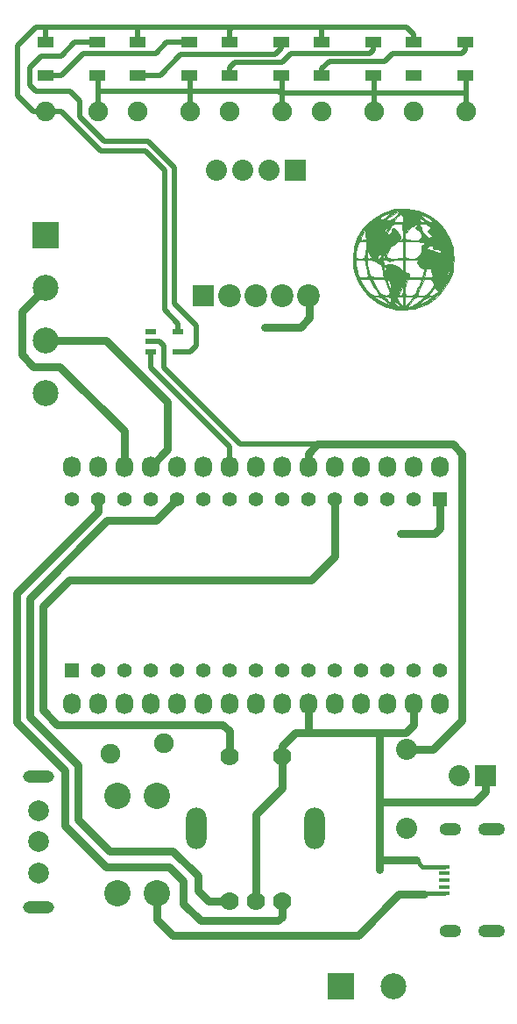
<source format=gbr>
G04 #@! TF.FileFunction,Copper,L1,Top,Signal*
%FSLAX46Y46*%
G04 Gerber Fmt 4.6, Leading zero omitted, Abs format (unit mm)*
G04 Created by KiCad (PCBNEW 4.0.4-stable) date 08/11/17 14:19:39*
%MOMM*%
%LPD*%
G01*
G04 APERTURE LIST*
%ADD10C,0.500000*%
%ADD11C,0.010000*%
%ADD12R,2.032000X2.032000*%
%ADD13C,2.032000*%
%ADD14C,1.905000*%
%ADD15O,1.727200X2.032000*%
%ADD16C,2.540000*%
%ADD17C,2.000000*%
%ADD18O,3.000000X1.200000*%
%ADD19R,1.100000X0.450000*%
%ADD20O,2.100000X1.200000*%
%ADD21O,2.600000X1.200000*%
%ADD22R,2.100580X2.100580*%
%ADD23C,2.199640*%
%ADD24R,2.499360X2.499360*%
%ADD25C,2.499360*%
%ADD26C,1.397000*%
%ADD27R,1.397000X1.397000*%
%ADD28C,0.010000*%
%ADD29C,1.778000*%
%ADD30O,1.998980X4.000500*%
%ADD31R,1.600000X1.000000*%
%ADD32R,1.000000X0.550000*%
%ADD33C,0.600000*%
%ADD34C,0.508000*%
%ADD35C,0.762000*%
%ADD36C,0.381000*%
G04 APERTURE END LIST*
D10*
D11*
G36*
X39346092Y80768486D02*
X39908908Y80723429D01*
X40383235Y80634807D01*
X40456706Y80613542D01*
X41273578Y80274299D01*
X42022366Y79794203D01*
X42552072Y79318761D01*
X43011128Y78790669D01*
X43357358Y78268757D01*
X43631748Y77688380D01*
X43701661Y77505568D01*
X43810208Y77080991D01*
X43877463Y76548005D01*
X43902724Y75962601D01*
X43885288Y75380766D01*
X43824454Y74858491D01*
X43739268Y74506667D01*
X43367352Y73639657D01*
X42874998Y72883171D01*
X42269541Y72245797D01*
X41558312Y71736122D01*
X41221847Y71558390D01*
X40843794Y71391722D01*
X40461020Y71245788D01*
X40140552Y71145533D01*
X40064332Y71127628D01*
X39706714Y71079357D01*
X39254732Y71053038D01*
X38782094Y71049998D01*
X38362508Y71071564D01*
X38184666Y71093786D01*
X37718855Y71209794D01*
X37198494Y71399168D01*
X36702263Y71630762D01*
X36432875Y71787273D01*
X35867718Y72225924D01*
X36322000Y72225924D01*
X36392788Y72155492D01*
X36582380Y72033474D01*
X36856614Y71880915D01*
X37009137Y71802590D01*
X37373528Y71627621D01*
X37643621Y71512920D01*
X37805182Y71462971D01*
X37843980Y71482259D01*
X37756224Y71567193D01*
X37619753Y71676597D01*
X37540248Y71741426D01*
X38190106Y71741426D01*
X38247397Y71604817D01*
X38357298Y71474632D01*
X38506337Y71353720D01*
X38648111Y71292979D01*
X38737631Y71302067D01*
X38736264Y71317756D01*
X39476409Y71317756D01*
X39518507Y71299848D01*
X39574702Y71317279D01*
X39761329Y71366830D01*
X39834202Y71374000D01*
X39953498Y71422093D01*
X40154601Y71546090D01*
X40265702Y71623855D01*
X40627351Y71623855D01*
X40641151Y71596793D01*
X40753851Y71628532D01*
X40767000Y71633157D01*
X40999427Y71732897D01*
X41279446Y71875799D01*
X41376457Y71930558D01*
X41652293Y72106355D01*
X41773844Y72223826D01*
X41743950Y72287769D01*
X41597496Y72303592D01*
X41357535Y72232632D01*
X41048671Y72019404D01*
X40936333Y71922529D01*
X40722421Y71726754D01*
X40627351Y71623855D01*
X40265702Y71623855D01*
X40396736Y71715572D01*
X40639129Y71900119D01*
X40841007Y72069312D01*
X40961597Y72192730D01*
X40978666Y72227844D01*
X40903142Y72274749D01*
X40712770Y72302292D01*
X40610920Y72305334D01*
X40394331Y72292663D01*
X40234297Y72233409D01*
X40075046Y72095708D01*
X39906977Y71903167D01*
X39661686Y71603620D01*
X39521149Y71413748D01*
X39476409Y71317756D01*
X38736264Y71317756D01*
X38729908Y71390645D01*
X38727401Y71395167D01*
X38593805Y71583738D01*
X38437586Y71743258D01*
X38304855Y71830900D01*
X38257026Y71832061D01*
X38190106Y71741426D01*
X37540248Y71741426D01*
X37407294Y71849836D01*
X37239504Y71987834D01*
X36909333Y72215380D01*
X36806854Y72248000D01*
X37253333Y72248000D01*
X37312398Y72163023D01*
X37460525Y72018503D01*
X37528500Y71959654D01*
X37701547Y71821491D01*
X37786722Y71787615D01*
X37822791Y71849901D01*
X37831528Y71896145D01*
X37832978Y72097541D01*
X37813019Y72184491D01*
X37774566Y72213750D01*
X38354000Y72213750D01*
X38401861Y72113433D01*
X38521633Y71935782D01*
X38677600Y71727282D01*
X38834043Y71534423D01*
X38955245Y71403691D01*
X38999199Y71374000D01*
X39016802Y71450603D01*
X39028474Y71648194D01*
X39031333Y71839667D01*
X39031333Y72305334D01*
X39200666Y72305334D01*
X39204460Y71818500D01*
X39208254Y71331667D01*
X39585460Y71752682D01*
X39776959Y71975596D01*
X39912726Y72151147D01*
X39962666Y72239515D01*
X39886958Y72278776D01*
X39695417Y72302320D01*
X39581666Y72305334D01*
X39200666Y72305334D01*
X39031333Y72305334D01*
X38692666Y72305334D01*
X38480498Y72285022D01*
X38362603Y72234259D01*
X38354000Y72213750D01*
X37774566Y72213750D01*
X37720317Y72255027D01*
X37551297Y72298738D01*
X37375992Y72307678D01*
X37264440Y72273900D01*
X37253333Y72248000D01*
X36806854Y72248000D01*
X36632739Y72303422D01*
X36588446Y72305334D01*
X36404774Y72283319D01*
X36322337Y72229928D01*
X36322000Y72225924D01*
X35867718Y72225924D01*
X35844751Y72243750D01*
X35307538Y72805899D01*
X34849426Y73435189D01*
X34582818Y73935167D01*
X34882983Y73935167D01*
X34937525Y73778396D01*
X35080001Y73539103D01*
X35280223Y73256092D01*
X35507998Y72968169D01*
X35733137Y72714136D01*
X35925450Y72532800D01*
X36022343Y72470705D01*
X36238144Y72414657D01*
X36471227Y72396382D01*
X36646318Y72419324D01*
X36682907Y72440464D01*
X36665774Y72530797D01*
X36569198Y72712151D01*
X36455663Y72884964D01*
X36253561Y73187132D01*
X36056688Y73505562D01*
X35980387Y73638834D01*
X35856949Y73847763D01*
X35817619Y73884794D01*
X36068000Y73884794D01*
X36114288Y73753777D01*
X36235069Y73529784D01*
X36403213Y73255289D01*
X36591591Y72972766D01*
X36773074Y72724691D01*
X36914437Y72559563D01*
X37129938Y72434669D01*
X37383473Y72407284D01*
X37607447Y72476490D01*
X37691560Y72558542D01*
X38583104Y72558542D01*
X38604657Y72434262D01*
X38763158Y72401559D01*
X38806489Y72406325D01*
X38909449Y72440158D01*
X38967260Y72531844D01*
X38995242Y72722513D01*
X39002356Y72875106D01*
X39199959Y72875106D01*
X39208513Y72614565D01*
X39251354Y72454479D01*
X39261014Y72442542D01*
X39375335Y72411290D01*
X39593659Y72402634D01*
X39705514Y72407264D01*
X39899913Y72425130D01*
X40033140Y72469286D01*
X40067281Y72501699D01*
X40434578Y72501699D01*
X40436044Y72462191D01*
X40550653Y72409779D01*
X40761996Y72392176D01*
X41001244Y72408644D01*
X41199570Y72458445D01*
X41225152Y72470646D01*
X41236173Y72480316D01*
X41571333Y72480316D01*
X41634506Y72396722D01*
X41793627Y72395526D01*
X42003094Y72466184D01*
X42217308Y72598154D01*
X42268497Y72641519D01*
X42431695Y72796175D01*
X42477178Y72870088D01*
X42415169Y72893450D01*
X42354500Y72895519D01*
X42200796Y72945851D01*
X42164000Y73025000D01*
X42123622Y73137749D01*
X42089382Y73152000D01*
X41993714Y73088447D01*
X41852618Y72933889D01*
X41707861Y72742480D01*
X41601208Y72568374D01*
X41571333Y72480316D01*
X41236173Y72480316D01*
X41349730Y72579951D01*
X41525473Y72785197D01*
X41695079Y73014813D01*
X41864036Y73268678D01*
X41947541Y73435100D01*
X41959586Y73563693D01*
X41914162Y73704071D01*
X41899158Y73738501D01*
X41809082Y73900840D01*
X41689344Y73976697D01*
X41478513Y73998080D01*
X41399866Y73998667D01*
X41015735Y73998667D01*
X40703582Y73266524D01*
X40572422Y72941224D01*
X40478527Y72673573D01*
X40434578Y72501699D01*
X40067281Y72501699D01*
X40141305Y72571974D01*
X40260516Y72765439D01*
X40397327Y73025000D01*
X40603740Y73424572D01*
X40729378Y73696617D01*
X40768113Y73865601D01*
X40713813Y73955991D01*
X40560350Y73992254D01*
X40301594Y73998855D01*
X40153386Y73998667D01*
X39486029Y73998667D01*
X39343347Y73699461D01*
X39271045Y73473554D01*
X39222026Y73180102D01*
X39199959Y72875106D01*
X39002356Y72875106D01*
X39005397Y72940334D01*
X39009267Y73201649D01*
X38997065Y73306350D01*
X38966355Y73266606D01*
X38949825Y73217768D01*
X38842903Y72981215D01*
X38701748Y72763316D01*
X38583104Y72558542D01*
X37691560Y72558542D01*
X37703561Y72570248D01*
X37729821Y72689477D01*
X37690298Y72885370D01*
X37577649Y73187074D01*
X37506299Y73353415D01*
X37290917Y73843513D01*
X37487638Y73843513D01*
X37541183Y73663742D01*
X37607980Y73490667D01*
X37712430Y73256408D01*
X37794587Y73102673D01*
X37826102Y73067334D01*
X37842029Y73141822D01*
X37831822Y73328869D01*
X37821234Y73418203D01*
X37737194Y73723799D01*
X37590840Y73887798D01*
X37490858Y73912704D01*
X37487638Y73843513D01*
X37290917Y73843513D01*
X37222731Y73998667D01*
X36645365Y73998667D01*
X36317564Y73988859D01*
X36133598Y73956209D01*
X36068930Y73895876D01*
X36068000Y73884794D01*
X35817619Y73884794D01*
X35743567Y73954515D01*
X35578518Y73993383D01*
X35332742Y73998667D01*
X35082660Y73987884D01*
X34919383Y73960156D01*
X34882983Y73935167D01*
X34582818Y73935167D01*
X34498607Y74093089D01*
X34288346Y74718381D01*
X34225905Y75143414D01*
X34198937Y75668934D01*
X34201590Y75871064D01*
X34433938Y75871064D01*
X34485193Y75322182D01*
X34532980Y74977815D01*
X34603670Y74653880D01*
X34662904Y74470650D01*
X34749012Y74291192D01*
X34849206Y74201802D01*
X35020760Y74171198D01*
X35217013Y74168000D01*
X35459627Y74179310D01*
X35613925Y74208257D01*
X35643244Y74231500D01*
X35626674Y74337629D01*
X35583475Y74568777D01*
X35521395Y74884154D01*
X35486447Y75057000D01*
X35379731Y75580368D01*
X35560000Y75580368D01*
X35585688Y75331483D01*
X35651716Y75014942D01*
X35741531Y74691218D01*
X35838578Y74420779D01*
X35917672Y74273834D01*
X36058018Y74211176D01*
X36339505Y74175149D01*
X36590203Y74168000D01*
X37176339Y74168000D01*
X37120597Y74485500D01*
X37050106Y74880936D01*
X37013326Y75046391D01*
X37182217Y75046391D01*
X37203315Y74961828D01*
X37272836Y74868111D01*
X37357708Y74915843D01*
X37411998Y75031429D01*
X37356344Y75114856D01*
X37243548Y75174389D01*
X37201951Y75160841D01*
X37182217Y75046391D01*
X37013326Y75046391D01*
X36991087Y75146427D01*
X36923342Y75318372D01*
X36826673Y75433170D01*
X36680879Y75527222D01*
X36487808Y75625805D01*
X36244592Y75732458D01*
X37115384Y75732458D01*
X37117274Y75727409D01*
X37163835Y75536681D01*
X37168666Y75473409D01*
X37233917Y75378388D01*
X37380607Y75357825D01*
X37535137Y75418072D01*
X37559773Y75439641D01*
X37695410Y75469381D01*
X37925605Y75426892D01*
X38203002Y75332322D01*
X38480245Y75205826D01*
X38709980Y75067553D01*
X38844850Y74937655D01*
X38862000Y74885493D01*
X38908409Y74774224D01*
X38946666Y74760667D01*
X38990910Y74838425D01*
X39021201Y75044407D01*
X39031333Y75311000D01*
X39031333Y75861334D01*
X39200666Y75861334D01*
X39200666Y75282257D01*
X39205747Y74971979D01*
X39230192Y74786883D01*
X39287807Y74682911D01*
X39392398Y74616002D01*
X39412333Y74606739D01*
X39578710Y74470390D01*
X39624000Y74339149D01*
X39638654Y74251464D01*
X39706116Y74200129D01*
X39861633Y74175583D01*
X40140454Y74168265D01*
X40255020Y74168000D01*
X40886040Y74168000D01*
X41067566Y74168000D01*
X41488783Y74168000D01*
X41745064Y74178553D01*
X41871623Y74219367D01*
X41907259Y74304181D01*
X41907307Y74316167D01*
X41855589Y74501846D01*
X41854311Y74504034D01*
X43295576Y74504034D01*
X43311587Y74414578D01*
X43379019Y74366685D01*
X43442654Y74469954D01*
X43498656Y74642660D01*
X43512715Y74715310D01*
X43469366Y74729319D01*
X43381648Y74659935D01*
X43295576Y74504034D01*
X41854311Y74504034D01*
X41786122Y74620730D01*
X41710044Y74791405D01*
X41713206Y74895897D01*
X41708310Y74999679D01*
X41671983Y75014667D01*
X41520556Y75042961D01*
X41452434Y75065607D01*
X41337888Y75050825D01*
X41240584Y74900546D01*
X41152949Y74600570D01*
X41120375Y74443167D01*
X41067566Y74168000D01*
X40886040Y74168000D01*
X40974214Y74485500D01*
X41044803Y74777146D01*
X41052439Y74941262D01*
X40995453Y75008172D01*
X40945104Y75014667D01*
X40828553Y75067460D01*
X40675361Y75198223D01*
X40521443Y75365535D01*
X40437536Y75480334D01*
X43518666Y75480334D01*
X43561000Y75438000D01*
X43603333Y75480334D01*
X43561000Y75522667D01*
X43518666Y75480334D01*
X40437536Y75480334D01*
X40402715Y75527975D01*
X40355091Y75644121D01*
X40373624Y75673764D01*
X40429721Y75724797D01*
X43293770Y75724797D01*
X43307000Y75692000D01*
X43383082Y75611230D01*
X43396663Y75607334D01*
X43433029Y75672840D01*
X43434000Y75692000D01*
X43368912Y75773414D01*
X43344336Y75776667D01*
X43293770Y75724797D01*
X40429721Y75724797D01*
X40465655Y75757487D01*
X40470666Y75783723D01*
X40392925Y75820819D01*
X40187281Y75848261D01*
X39895101Y75860994D01*
X39835666Y75861334D01*
X39200666Y75861334D01*
X39031333Y75861334D01*
X38569650Y75861334D01*
X38263532Y75843068D01*
X37994414Y75796472D01*
X37890020Y75762030D01*
X37701458Y75705104D01*
X37579080Y75755893D01*
X37572770Y75762030D01*
X37414088Y75840759D01*
X37269674Y75861334D01*
X37123802Y75832668D01*
X37115384Y75732458D01*
X36244592Y75732458D01*
X36198173Y75752813D01*
X35932587Y75837923D01*
X35792833Y75859915D01*
X35633115Y75840594D01*
X35569885Y75745649D01*
X35560000Y75580368D01*
X35379731Y75580368D01*
X35331072Y75819000D01*
X34433938Y75871064D01*
X34201590Y75871064D01*
X34206311Y76230567D01*
X34208624Y76260964D01*
X34434497Y76260964D01*
X34455394Y76112865D01*
X34534192Y76031116D01*
X34535061Y76030606D01*
X34738329Y75968376D01*
X34997550Y75952567D01*
X35221209Y75985618D01*
X35276825Y76010844D01*
X35326381Y76118407D01*
X35342695Y76195236D01*
X35533937Y76195236D01*
X35573810Y76057114D01*
X35577873Y76051834D01*
X35695275Y75956267D01*
X35831733Y75988763D01*
X35888003Y76022285D01*
X35951879Y76097943D01*
X35936834Y76163320D01*
X36538062Y76163320D01*
X36538805Y76019945D01*
X36559913Y75990310D01*
X36692584Y75952362D01*
X36828375Y76031643D01*
X36899388Y76179699D01*
X36893515Y76231045D01*
X37084000Y76231045D01*
X37110461Y76063697D01*
X37168519Y75984850D01*
X37226186Y76026602D01*
X37240106Y76074398D01*
X37217122Y76249163D01*
X37176606Y76310594D01*
X37103729Y76341348D01*
X37084000Y76231045D01*
X36893515Y76231045D01*
X36882257Y76329468D01*
X36802582Y76355684D01*
X37434180Y76355684D01*
X37438829Y76153141D01*
X37555744Y76023755D01*
X37613166Y76005753D01*
X37966645Y75965873D01*
X38368986Y75960651D01*
X38721067Y75990676D01*
X38766750Y75998917D01*
X39031333Y76051834D01*
X39031333Y76844073D01*
X39200666Y76844073D01*
X39202744Y76453216D01*
X39224852Y76200636D01*
X39290797Y76055318D01*
X39424390Y75986249D01*
X39649439Y75962414D01*
X39882557Y75955822D01*
X40141354Y75967249D01*
X40328578Y76040911D01*
X40460176Y76155102D01*
X43032564Y76155102D01*
X43049518Y76120967D01*
X43130251Y76033434D01*
X43145102Y76095163D01*
X43124549Y76161319D01*
X43062216Y76253525D01*
X43034062Y76251618D01*
X43032564Y76155102D01*
X40460176Y76155102D01*
X40524952Y76211309D01*
X40557060Y76244116D01*
X40738003Y76455478D01*
X40818280Y76644122D01*
X40830678Y76891562D01*
X40829501Y76921449D01*
X40830299Y76979730D01*
X41334321Y76979730D01*
X41358100Y76898774D01*
X41518633Y76877334D01*
X41719176Y76828818D01*
X41821410Y76755061D01*
X41969490Y76664846D01*
X42199092Y76604314D01*
X42233944Y76599960D01*
X42457011Y76574692D01*
X42602840Y76555057D01*
X42614708Y76552900D01*
X42660194Y76607657D01*
X42656311Y76686834D01*
X42641376Y76708000D01*
X42841333Y76708000D01*
X42870220Y76625535D01*
X42878669Y76623334D01*
X42950955Y76682663D01*
X42968333Y76708000D01*
X42961620Y76786019D01*
X42930996Y76792667D01*
X42844778Y76731207D01*
X42841333Y76708000D01*
X42641376Y76708000D01*
X42582036Y76792094D01*
X42388072Y76848588D01*
X42262044Y76861380D01*
X42023233Y76896200D01*
X41934523Y76959660D01*
X41938574Y76999010D01*
X41904136Y77112820D01*
X41784427Y77199945D01*
X41606812Y77242987D01*
X41467126Y77156121D01*
X41452461Y77140315D01*
X41334321Y76979730D01*
X40830299Y76979730D01*
X40832853Y77165971D01*
X40878123Y77279715D01*
X40944373Y77300667D01*
X41043907Y77364249D01*
X41047371Y77448834D01*
X41014271Y77515773D01*
X40925673Y77561224D01*
X40751947Y77590629D01*
X40463464Y77609429D01*
X40109829Y77621032D01*
X39200666Y77645063D01*
X39200666Y76844073D01*
X39031333Y76844073D01*
X39031333Y77639334D01*
X38744058Y77639334D01*
X38512808Y77602065D01*
X38408048Y77512334D01*
X38297337Y77399742D01*
X38234019Y77385334D01*
X38077616Y77325147D01*
X37892276Y77181434D01*
X37737792Y77009469D01*
X37673973Y76867625D01*
X37623675Y76711379D01*
X37546973Y76585985D01*
X37434180Y76355684D01*
X36802582Y76355684D01*
X36761096Y76369334D01*
X36625623Y76305148D01*
X36538062Y76163320D01*
X35936834Y76163320D01*
X35923278Y76222224D01*
X35848582Y76359656D01*
X35731997Y76533210D01*
X35645641Y76620782D01*
X35636282Y76623334D01*
X35572640Y76551412D01*
X35536036Y76384358D01*
X35533937Y76195236D01*
X35342695Y76195236D01*
X35376563Y76354728D01*
X35419771Y76679435D01*
X35435912Y76856215D01*
X35497174Y77639334D01*
X35118655Y77639334D01*
X34882298Y77630369D01*
X34755673Y77574679D01*
X34679218Y77429066D01*
X34635063Y77288631D01*
X34554686Y76976920D01*
X34481803Y76625176D01*
X34464556Y76523995D01*
X34434497Y76260964D01*
X34208624Y76260964D01*
X34246899Y76763937D01*
X34319568Y77204670D01*
X34332938Y77257956D01*
X34552549Y77842058D01*
X34922187Y77842058D01*
X35015969Y77751390D01*
X35200782Y77764235D01*
X35374112Y77811711D01*
X35449618Y77839397D01*
X35448016Y77925030D01*
X35425284Y78125264D01*
X35404009Y78277015D01*
X35389683Y78373327D01*
X37523488Y78373327D01*
X37614534Y78319732D01*
X37667608Y78316667D01*
X37834335Y78390955D01*
X37920548Y78603896D01*
X37930666Y78746925D01*
X37974916Y78888392D01*
X38089883Y78909446D01*
X38248893Y78828200D01*
X38425272Y78662766D01*
X38592345Y78431253D01*
X38694090Y78228563D01*
X38761016Y78026886D01*
X38741459Y77930774D01*
X38708868Y77912846D01*
X38644220Y77835189D01*
X38654802Y77801436D01*
X38714564Y77733420D01*
X38811017Y77743737D01*
X38897408Y77775392D01*
X38990986Y77900265D01*
X39027629Y78152698D01*
X39200666Y78152698D01*
X39212443Y77935739D01*
X39274922Y77833438D01*
X39428828Y77791413D01*
X39475833Y77785248D01*
X40019063Y77739185D01*
X40409438Y77754514D01*
X40644679Y77831100D01*
X40676285Y77857048D01*
X40776702Y78049343D01*
X40787391Y78289214D01*
X40722344Y78520973D01*
X40595555Y78688935D01*
X40454419Y78740000D01*
X40303837Y78797813D01*
X40234161Y78925876D01*
X40274535Y79056127D01*
X40307710Y79082609D01*
X40375352Y79176199D01*
X40358530Y79219025D01*
X40245498Y79230911D01*
X40129298Y79181295D01*
X39946341Y79098137D01*
X39845178Y79078667D01*
X39729805Y79011486D01*
X39589633Y78844106D01*
X39550551Y78782334D01*
X39420791Y78595729D01*
X39311110Y78492947D01*
X39288188Y78486000D01*
X39233025Y78410975D01*
X39202689Y78223889D01*
X39200666Y78152698D01*
X39027629Y78152698D01*
X39031021Y78176064D01*
X39016831Y78592842D01*
X38977491Y78939850D01*
X38934091Y79256492D01*
X40568764Y79256492D01*
X40603982Y79153163D01*
X40682333Y79078667D01*
X40783963Y78914164D01*
X40809333Y78773919D01*
X40884321Y78566531D01*
X41021000Y78435881D01*
X41172669Y78305984D01*
X41232666Y78196863D01*
X41299276Y78024781D01*
X41455635Y77953250D01*
X41579588Y77982419D01*
X41728356Y78085496D01*
X41778720Y78140410D01*
X41751411Y78232000D01*
X42037000Y78232000D01*
X42043712Y78153982D01*
X42074336Y78147334D01*
X42160554Y78208794D01*
X42164000Y78232000D01*
X42135113Y78314466D01*
X42126663Y78316667D01*
X42054377Y78257338D01*
X42037000Y78232000D01*
X41751411Y78232000D01*
X41750259Y78235862D01*
X41618037Y78368275D01*
X41594082Y78386332D01*
X41523082Y78443667D01*
X42248666Y78443667D01*
X42291000Y78401334D01*
X42333333Y78443667D01*
X42291000Y78486000D01*
X42248666Y78443667D01*
X41523082Y78443667D01*
X41443586Y78507862D01*
X41433381Y78542445D01*
X42530888Y78542445D01*
X42542511Y78492111D01*
X42587333Y78486000D01*
X42657023Y78516979D01*
X42643777Y78542445D01*
X42543298Y78552578D01*
X42530888Y78542445D01*
X41433381Y78542445D01*
X41417797Y78595250D01*
X41492708Y78697667D01*
X42079333Y78697667D01*
X42121666Y78655334D01*
X42164000Y78697667D01*
X42121666Y78740000D01*
X42079333Y78697667D01*
X41492708Y78697667D01*
X41501136Y78709189D01*
X41508979Y78717878D01*
X41634291Y78891047D01*
X41625928Y79032093D01*
X41515877Y79177834D01*
X41349756Y79280501D01*
X41684769Y79280501D01*
X41698333Y79248000D01*
X41810492Y79166495D01*
X41835326Y79163334D01*
X41881230Y79215500D01*
X41867666Y79248000D01*
X41755507Y79329506D01*
X41730673Y79332667D01*
X41684769Y79280501D01*
X41349756Y79280501D01*
X41335661Y79289212D01*
X41040514Y79331557D01*
X40965544Y79332667D01*
X40687276Y79314524D01*
X40568764Y79256492D01*
X38934091Y79256492D01*
X38923650Y79332667D01*
X38482614Y79332667D01*
X38181097Y79312136D01*
X37971420Y79228285D01*
X37804259Y79047727D01*
X37644543Y78765372D01*
X37533929Y78513368D01*
X37523488Y78373327D01*
X35389683Y78373327D01*
X35355692Y78601826D01*
X37258958Y78601826D01*
X37324409Y78570667D01*
X37406116Y78639324D01*
X37500828Y78801868D01*
X37568242Y78958415D01*
X37549567Y78976775D01*
X37429751Y78873413D01*
X37287761Y78712177D01*
X37258958Y78601826D01*
X35355692Y78601826D01*
X35341434Y78697667D01*
X35106015Y78329956D01*
X34951795Y78037346D01*
X34922187Y77842058D01*
X34552549Y77842058D01*
X34624444Y78033275D01*
X35061688Y78751426D01*
X35625433Y79393418D01*
X35864087Y79587911D01*
X38184666Y79587911D01*
X38260811Y79538904D01*
X38455502Y79507799D01*
X38608000Y79502000D01*
X39031333Y79502000D01*
X39031333Y79671334D01*
X40640000Y79671334D01*
X40689608Y79538549D01*
X40851666Y79502000D01*
X41010797Y79529970D01*
X41063333Y79583688D01*
X40997773Y79677343D01*
X40853291Y79780295D01*
X40708188Y79838950D01*
X40687899Y79840667D01*
X40648927Y79769487D01*
X40640000Y79671334D01*
X39031333Y79671334D01*
X39031333Y79787967D01*
X38992170Y80022313D01*
X38927133Y80133445D01*
X40768532Y80133445D01*
X40839728Y80030948D01*
X40989504Y79893193D01*
X41184442Y79745935D01*
X41391126Y79614929D01*
X41576140Y79525930D01*
X41682163Y79502230D01*
X41840810Y79527131D01*
X41866576Y79588431D01*
X41754617Y79688749D01*
X41543101Y79826982D01*
X41286334Y79973002D01*
X41038626Y80096683D01*
X40854283Y80167898D01*
X40809333Y80174929D01*
X40768532Y80133445D01*
X38927133Y80133445D01*
X38896465Y80185848D01*
X38895016Y80187066D01*
X38797962Y80238295D01*
X38692608Y80201697D01*
X38537403Y80057637D01*
X38471683Y79987010D01*
X38305805Y79790098D01*
X38202145Y79636434D01*
X38184666Y79587911D01*
X35864087Y79587911D01*
X35968945Y79673365D01*
X37315029Y79673365D01*
X37339768Y79632847D01*
X37499419Y79626257D01*
X37582226Y79628047D01*
X37778262Y79649248D01*
X37941850Y79721181D01*
X38121220Y79873529D01*
X38312047Y80077208D01*
X38495939Y80292642D01*
X38611289Y80449670D01*
X38635627Y80517339D01*
X38632031Y80518000D01*
X38514807Y80474508D01*
X38302745Y80362138D01*
X38040472Y80208052D01*
X37772613Y80039411D01*
X37543796Y79883376D01*
X37399191Y79767647D01*
X37315029Y79673365D01*
X35968945Y79673365D01*
X36196625Y79858913D01*
X36795218Y79858913D01*
X36833602Y79793994D01*
X36892826Y79732709D01*
X36959695Y79717337D01*
X37066748Y79761132D01*
X37246524Y79877349D01*
X37528500Y80077052D01*
X37743929Y80235856D01*
X37889881Y80352628D01*
X37930666Y80395187D01*
X37861141Y80392036D01*
X37684257Y80337942D01*
X37447553Y80250377D01*
X37198567Y80146814D01*
X37002967Y80054213D01*
X36830984Y79947370D01*
X36795218Y79858913D01*
X36196625Y79858913D01*
X36296445Y79940261D01*
X37055487Y80372966D01*
X37755533Y80636843D01*
X38206522Y80725735D01*
X38757670Y80769435D01*
X39346092Y80768486D01*
X39346092Y80768486D01*
G37*
X39346092Y80768486D02*
X39908908Y80723429D01*
X40383235Y80634807D01*
X40456706Y80613542D01*
X41273578Y80274299D01*
X42022366Y79794203D01*
X42552072Y79318761D01*
X43011128Y78790669D01*
X43357358Y78268757D01*
X43631748Y77688380D01*
X43701661Y77505568D01*
X43810208Y77080991D01*
X43877463Y76548005D01*
X43902724Y75962601D01*
X43885288Y75380766D01*
X43824454Y74858491D01*
X43739268Y74506667D01*
X43367352Y73639657D01*
X42874998Y72883171D01*
X42269541Y72245797D01*
X41558312Y71736122D01*
X41221847Y71558390D01*
X40843794Y71391722D01*
X40461020Y71245788D01*
X40140552Y71145533D01*
X40064332Y71127628D01*
X39706714Y71079357D01*
X39254732Y71053038D01*
X38782094Y71049998D01*
X38362508Y71071564D01*
X38184666Y71093786D01*
X37718855Y71209794D01*
X37198494Y71399168D01*
X36702263Y71630762D01*
X36432875Y71787273D01*
X35867718Y72225924D01*
X36322000Y72225924D01*
X36392788Y72155492D01*
X36582380Y72033474D01*
X36856614Y71880915D01*
X37009137Y71802590D01*
X37373528Y71627621D01*
X37643621Y71512920D01*
X37805182Y71462971D01*
X37843980Y71482259D01*
X37756224Y71567193D01*
X37619753Y71676597D01*
X37540248Y71741426D01*
X38190106Y71741426D01*
X38247397Y71604817D01*
X38357298Y71474632D01*
X38506337Y71353720D01*
X38648111Y71292979D01*
X38737631Y71302067D01*
X38736264Y71317756D01*
X39476409Y71317756D01*
X39518507Y71299848D01*
X39574702Y71317279D01*
X39761329Y71366830D01*
X39834202Y71374000D01*
X39953498Y71422093D01*
X40154601Y71546090D01*
X40265702Y71623855D01*
X40627351Y71623855D01*
X40641151Y71596793D01*
X40753851Y71628532D01*
X40767000Y71633157D01*
X40999427Y71732897D01*
X41279446Y71875799D01*
X41376457Y71930558D01*
X41652293Y72106355D01*
X41773844Y72223826D01*
X41743950Y72287769D01*
X41597496Y72303592D01*
X41357535Y72232632D01*
X41048671Y72019404D01*
X40936333Y71922529D01*
X40722421Y71726754D01*
X40627351Y71623855D01*
X40265702Y71623855D01*
X40396736Y71715572D01*
X40639129Y71900119D01*
X40841007Y72069312D01*
X40961597Y72192730D01*
X40978666Y72227844D01*
X40903142Y72274749D01*
X40712770Y72302292D01*
X40610920Y72305334D01*
X40394331Y72292663D01*
X40234297Y72233409D01*
X40075046Y72095708D01*
X39906977Y71903167D01*
X39661686Y71603620D01*
X39521149Y71413748D01*
X39476409Y71317756D01*
X38736264Y71317756D01*
X38729908Y71390645D01*
X38727401Y71395167D01*
X38593805Y71583738D01*
X38437586Y71743258D01*
X38304855Y71830900D01*
X38257026Y71832061D01*
X38190106Y71741426D01*
X37540248Y71741426D01*
X37407294Y71849836D01*
X37239504Y71987834D01*
X36909333Y72215380D01*
X36806854Y72248000D01*
X37253333Y72248000D01*
X37312398Y72163023D01*
X37460525Y72018503D01*
X37528500Y71959654D01*
X37701547Y71821491D01*
X37786722Y71787615D01*
X37822791Y71849901D01*
X37831528Y71896145D01*
X37832978Y72097541D01*
X37813019Y72184491D01*
X37774566Y72213750D01*
X38354000Y72213750D01*
X38401861Y72113433D01*
X38521633Y71935782D01*
X38677600Y71727282D01*
X38834043Y71534423D01*
X38955245Y71403691D01*
X38999199Y71374000D01*
X39016802Y71450603D01*
X39028474Y71648194D01*
X39031333Y71839667D01*
X39031333Y72305334D01*
X39200666Y72305334D01*
X39204460Y71818500D01*
X39208254Y71331667D01*
X39585460Y71752682D01*
X39776959Y71975596D01*
X39912726Y72151147D01*
X39962666Y72239515D01*
X39886958Y72278776D01*
X39695417Y72302320D01*
X39581666Y72305334D01*
X39200666Y72305334D01*
X39031333Y72305334D01*
X38692666Y72305334D01*
X38480498Y72285022D01*
X38362603Y72234259D01*
X38354000Y72213750D01*
X37774566Y72213750D01*
X37720317Y72255027D01*
X37551297Y72298738D01*
X37375992Y72307678D01*
X37264440Y72273900D01*
X37253333Y72248000D01*
X36806854Y72248000D01*
X36632739Y72303422D01*
X36588446Y72305334D01*
X36404774Y72283319D01*
X36322337Y72229928D01*
X36322000Y72225924D01*
X35867718Y72225924D01*
X35844751Y72243750D01*
X35307538Y72805899D01*
X34849426Y73435189D01*
X34582818Y73935167D01*
X34882983Y73935167D01*
X34937525Y73778396D01*
X35080001Y73539103D01*
X35280223Y73256092D01*
X35507998Y72968169D01*
X35733137Y72714136D01*
X35925450Y72532800D01*
X36022343Y72470705D01*
X36238144Y72414657D01*
X36471227Y72396382D01*
X36646318Y72419324D01*
X36682907Y72440464D01*
X36665774Y72530797D01*
X36569198Y72712151D01*
X36455663Y72884964D01*
X36253561Y73187132D01*
X36056688Y73505562D01*
X35980387Y73638834D01*
X35856949Y73847763D01*
X35817619Y73884794D01*
X36068000Y73884794D01*
X36114288Y73753777D01*
X36235069Y73529784D01*
X36403213Y73255289D01*
X36591591Y72972766D01*
X36773074Y72724691D01*
X36914437Y72559563D01*
X37129938Y72434669D01*
X37383473Y72407284D01*
X37607447Y72476490D01*
X37691560Y72558542D01*
X38583104Y72558542D01*
X38604657Y72434262D01*
X38763158Y72401559D01*
X38806489Y72406325D01*
X38909449Y72440158D01*
X38967260Y72531844D01*
X38995242Y72722513D01*
X39002356Y72875106D01*
X39199959Y72875106D01*
X39208513Y72614565D01*
X39251354Y72454479D01*
X39261014Y72442542D01*
X39375335Y72411290D01*
X39593659Y72402634D01*
X39705514Y72407264D01*
X39899913Y72425130D01*
X40033140Y72469286D01*
X40067281Y72501699D01*
X40434578Y72501699D01*
X40436044Y72462191D01*
X40550653Y72409779D01*
X40761996Y72392176D01*
X41001244Y72408644D01*
X41199570Y72458445D01*
X41225152Y72470646D01*
X41236173Y72480316D01*
X41571333Y72480316D01*
X41634506Y72396722D01*
X41793627Y72395526D01*
X42003094Y72466184D01*
X42217308Y72598154D01*
X42268497Y72641519D01*
X42431695Y72796175D01*
X42477178Y72870088D01*
X42415169Y72893450D01*
X42354500Y72895519D01*
X42200796Y72945851D01*
X42164000Y73025000D01*
X42123622Y73137749D01*
X42089382Y73152000D01*
X41993714Y73088447D01*
X41852618Y72933889D01*
X41707861Y72742480D01*
X41601208Y72568374D01*
X41571333Y72480316D01*
X41236173Y72480316D01*
X41349730Y72579951D01*
X41525473Y72785197D01*
X41695079Y73014813D01*
X41864036Y73268678D01*
X41947541Y73435100D01*
X41959586Y73563693D01*
X41914162Y73704071D01*
X41899158Y73738501D01*
X41809082Y73900840D01*
X41689344Y73976697D01*
X41478513Y73998080D01*
X41399866Y73998667D01*
X41015735Y73998667D01*
X40703582Y73266524D01*
X40572422Y72941224D01*
X40478527Y72673573D01*
X40434578Y72501699D01*
X40067281Y72501699D01*
X40141305Y72571974D01*
X40260516Y72765439D01*
X40397327Y73025000D01*
X40603740Y73424572D01*
X40729378Y73696617D01*
X40768113Y73865601D01*
X40713813Y73955991D01*
X40560350Y73992254D01*
X40301594Y73998855D01*
X40153386Y73998667D01*
X39486029Y73998667D01*
X39343347Y73699461D01*
X39271045Y73473554D01*
X39222026Y73180102D01*
X39199959Y72875106D01*
X39002356Y72875106D01*
X39005397Y72940334D01*
X39009267Y73201649D01*
X38997065Y73306350D01*
X38966355Y73266606D01*
X38949825Y73217768D01*
X38842903Y72981215D01*
X38701748Y72763316D01*
X38583104Y72558542D01*
X37691560Y72558542D01*
X37703561Y72570248D01*
X37729821Y72689477D01*
X37690298Y72885370D01*
X37577649Y73187074D01*
X37506299Y73353415D01*
X37290917Y73843513D01*
X37487638Y73843513D01*
X37541183Y73663742D01*
X37607980Y73490667D01*
X37712430Y73256408D01*
X37794587Y73102673D01*
X37826102Y73067334D01*
X37842029Y73141822D01*
X37831822Y73328869D01*
X37821234Y73418203D01*
X37737194Y73723799D01*
X37590840Y73887798D01*
X37490858Y73912704D01*
X37487638Y73843513D01*
X37290917Y73843513D01*
X37222731Y73998667D01*
X36645365Y73998667D01*
X36317564Y73988859D01*
X36133598Y73956209D01*
X36068930Y73895876D01*
X36068000Y73884794D01*
X35817619Y73884794D01*
X35743567Y73954515D01*
X35578518Y73993383D01*
X35332742Y73998667D01*
X35082660Y73987884D01*
X34919383Y73960156D01*
X34882983Y73935167D01*
X34582818Y73935167D01*
X34498607Y74093089D01*
X34288346Y74718381D01*
X34225905Y75143414D01*
X34198937Y75668934D01*
X34201590Y75871064D01*
X34433938Y75871064D01*
X34485193Y75322182D01*
X34532980Y74977815D01*
X34603670Y74653880D01*
X34662904Y74470650D01*
X34749012Y74291192D01*
X34849206Y74201802D01*
X35020760Y74171198D01*
X35217013Y74168000D01*
X35459627Y74179310D01*
X35613925Y74208257D01*
X35643244Y74231500D01*
X35626674Y74337629D01*
X35583475Y74568777D01*
X35521395Y74884154D01*
X35486447Y75057000D01*
X35379731Y75580368D01*
X35560000Y75580368D01*
X35585688Y75331483D01*
X35651716Y75014942D01*
X35741531Y74691218D01*
X35838578Y74420779D01*
X35917672Y74273834D01*
X36058018Y74211176D01*
X36339505Y74175149D01*
X36590203Y74168000D01*
X37176339Y74168000D01*
X37120597Y74485500D01*
X37050106Y74880936D01*
X37013326Y75046391D01*
X37182217Y75046391D01*
X37203315Y74961828D01*
X37272836Y74868111D01*
X37357708Y74915843D01*
X37411998Y75031429D01*
X37356344Y75114856D01*
X37243548Y75174389D01*
X37201951Y75160841D01*
X37182217Y75046391D01*
X37013326Y75046391D01*
X36991087Y75146427D01*
X36923342Y75318372D01*
X36826673Y75433170D01*
X36680879Y75527222D01*
X36487808Y75625805D01*
X36244592Y75732458D01*
X37115384Y75732458D01*
X37117274Y75727409D01*
X37163835Y75536681D01*
X37168666Y75473409D01*
X37233917Y75378388D01*
X37380607Y75357825D01*
X37535137Y75418072D01*
X37559773Y75439641D01*
X37695410Y75469381D01*
X37925605Y75426892D01*
X38203002Y75332322D01*
X38480245Y75205826D01*
X38709980Y75067553D01*
X38844850Y74937655D01*
X38862000Y74885493D01*
X38908409Y74774224D01*
X38946666Y74760667D01*
X38990910Y74838425D01*
X39021201Y75044407D01*
X39031333Y75311000D01*
X39031333Y75861334D01*
X39200666Y75861334D01*
X39200666Y75282257D01*
X39205747Y74971979D01*
X39230192Y74786883D01*
X39287807Y74682911D01*
X39392398Y74616002D01*
X39412333Y74606739D01*
X39578710Y74470390D01*
X39624000Y74339149D01*
X39638654Y74251464D01*
X39706116Y74200129D01*
X39861633Y74175583D01*
X40140454Y74168265D01*
X40255020Y74168000D01*
X40886040Y74168000D01*
X41067566Y74168000D01*
X41488783Y74168000D01*
X41745064Y74178553D01*
X41871623Y74219367D01*
X41907259Y74304181D01*
X41907307Y74316167D01*
X41855589Y74501846D01*
X41854311Y74504034D01*
X43295576Y74504034D01*
X43311587Y74414578D01*
X43379019Y74366685D01*
X43442654Y74469954D01*
X43498656Y74642660D01*
X43512715Y74715310D01*
X43469366Y74729319D01*
X43381648Y74659935D01*
X43295576Y74504034D01*
X41854311Y74504034D01*
X41786122Y74620730D01*
X41710044Y74791405D01*
X41713206Y74895897D01*
X41708310Y74999679D01*
X41671983Y75014667D01*
X41520556Y75042961D01*
X41452434Y75065607D01*
X41337888Y75050825D01*
X41240584Y74900546D01*
X41152949Y74600570D01*
X41120375Y74443167D01*
X41067566Y74168000D01*
X40886040Y74168000D01*
X40974214Y74485500D01*
X41044803Y74777146D01*
X41052439Y74941262D01*
X40995453Y75008172D01*
X40945104Y75014667D01*
X40828553Y75067460D01*
X40675361Y75198223D01*
X40521443Y75365535D01*
X40437536Y75480334D01*
X43518666Y75480334D01*
X43561000Y75438000D01*
X43603333Y75480334D01*
X43561000Y75522667D01*
X43518666Y75480334D01*
X40437536Y75480334D01*
X40402715Y75527975D01*
X40355091Y75644121D01*
X40373624Y75673764D01*
X40429721Y75724797D01*
X43293770Y75724797D01*
X43307000Y75692000D01*
X43383082Y75611230D01*
X43396663Y75607334D01*
X43433029Y75672840D01*
X43434000Y75692000D01*
X43368912Y75773414D01*
X43344336Y75776667D01*
X43293770Y75724797D01*
X40429721Y75724797D01*
X40465655Y75757487D01*
X40470666Y75783723D01*
X40392925Y75820819D01*
X40187281Y75848261D01*
X39895101Y75860994D01*
X39835666Y75861334D01*
X39200666Y75861334D01*
X39031333Y75861334D01*
X38569650Y75861334D01*
X38263532Y75843068D01*
X37994414Y75796472D01*
X37890020Y75762030D01*
X37701458Y75705104D01*
X37579080Y75755893D01*
X37572770Y75762030D01*
X37414088Y75840759D01*
X37269674Y75861334D01*
X37123802Y75832668D01*
X37115384Y75732458D01*
X36244592Y75732458D01*
X36198173Y75752813D01*
X35932587Y75837923D01*
X35792833Y75859915D01*
X35633115Y75840594D01*
X35569885Y75745649D01*
X35560000Y75580368D01*
X35379731Y75580368D01*
X35331072Y75819000D01*
X34433938Y75871064D01*
X34201590Y75871064D01*
X34206311Y76230567D01*
X34208624Y76260964D01*
X34434497Y76260964D01*
X34455394Y76112865D01*
X34534192Y76031116D01*
X34535061Y76030606D01*
X34738329Y75968376D01*
X34997550Y75952567D01*
X35221209Y75985618D01*
X35276825Y76010844D01*
X35326381Y76118407D01*
X35342695Y76195236D01*
X35533937Y76195236D01*
X35573810Y76057114D01*
X35577873Y76051834D01*
X35695275Y75956267D01*
X35831733Y75988763D01*
X35888003Y76022285D01*
X35951879Y76097943D01*
X35936834Y76163320D01*
X36538062Y76163320D01*
X36538805Y76019945D01*
X36559913Y75990310D01*
X36692584Y75952362D01*
X36828375Y76031643D01*
X36899388Y76179699D01*
X36893515Y76231045D01*
X37084000Y76231045D01*
X37110461Y76063697D01*
X37168519Y75984850D01*
X37226186Y76026602D01*
X37240106Y76074398D01*
X37217122Y76249163D01*
X37176606Y76310594D01*
X37103729Y76341348D01*
X37084000Y76231045D01*
X36893515Y76231045D01*
X36882257Y76329468D01*
X36802582Y76355684D01*
X37434180Y76355684D01*
X37438829Y76153141D01*
X37555744Y76023755D01*
X37613166Y76005753D01*
X37966645Y75965873D01*
X38368986Y75960651D01*
X38721067Y75990676D01*
X38766750Y75998917D01*
X39031333Y76051834D01*
X39031333Y76844073D01*
X39200666Y76844073D01*
X39202744Y76453216D01*
X39224852Y76200636D01*
X39290797Y76055318D01*
X39424390Y75986249D01*
X39649439Y75962414D01*
X39882557Y75955822D01*
X40141354Y75967249D01*
X40328578Y76040911D01*
X40460176Y76155102D01*
X43032564Y76155102D01*
X43049518Y76120967D01*
X43130251Y76033434D01*
X43145102Y76095163D01*
X43124549Y76161319D01*
X43062216Y76253525D01*
X43034062Y76251618D01*
X43032564Y76155102D01*
X40460176Y76155102D01*
X40524952Y76211309D01*
X40557060Y76244116D01*
X40738003Y76455478D01*
X40818280Y76644122D01*
X40830678Y76891562D01*
X40829501Y76921449D01*
X40830299Y76979730D01*
X41334321Y76979730D01*
X41358100Y76898774D01*
X41518633Y76877334D01*
X41719176Y76828818D01*
X41821410Y76755061D01*
X41969490Y76664846D01*
X42199092Y76604314D01*
X42233944Y76599960D01*
X42457011Y76574692D01*
X42602840Y76555057D01*
X42614708Y76552900D01*
X42660194Y76607657D01*
X42656311Y76686834D01*
X42641376Y76708000D01*
X42841333Y76708000D01*
X42870220Y76625535D01*
X42878669Y76623334D01*
X42950955Y76682663D01*
X42968333Y76708000D01*
X42961620Y76786019D01*
X42930996Y76792667D01*
X42844778Y76731207D01*
X42841333Y76708000D01*
X42641376Y76708000D01*
X42582036Y76792094D01*
X42388072Y76848588D01*
X42262044Y76861380D01*
X42023233Y76896200D01*
X41934523Y76959660D01*
X41938574Y76999010D01*
X41904136Y77112820D01*
X41784427Y77199945D01*
X41606812Y77242987D01*
X41467126Y77156121D01*
X41452461Y77140315D01*
X41334321Y76979730D01*
X40830299Y76979730D01*
X40832853Y77165971D01*
X40878123Y77279715D01*
X40944373Y77300667D01*
X41043907Y77364249D01*
X41047371Y77448834D01*
X41014271Y77515773D01*
X40925673Y77561224D01*
X40751947Y77590629D01*
X40463464Y77609429D01*
X40109829Y77621032D01*
X39200666Y77645063D01*
X39200666Y76844073D01*
X39031333Y76844073D01*
X39031333Y77639334D01*
X38744058Y77639334D01*
X38512808Y77602065D01*
X38408048Y77512334D01*
X38297337Y77399742D01*
X38234019Y77385334D01*
X38077616Y77325147D01*
X37892276Y77181434D01*
X37737792Y77009469D01*
X37673973Y76867625D01*
X37623675Y76711379D01*
X37546973Y76585985D01*
X37434180Y76355684D01*
X36802582Y76355684D01*
X36761096Y76369334D01*
X36625623Y76305148D01*
X36538062Y76163320D01*
X35936834Y76163320D01*
X35923278Y76222224D01*
X35848582Y76359656D01*
X35731997Y76533210D01*
X35645641Y76620782D01*
X35636282Y76623334D01*
X35572640Y76551412D01*
X35536036Y76384358D01*
X35533937Y76195236D01*
X35342695Y76195236D01*
X35376563Y76354728D01*
X35419771Y76679435D01*
X35435912Y76856215D01*
X35497174Y77639334D01*
X35118655Y77639334D01*
X34882298Y77630369D01*
X34755673Y77574679D01*
X34679218Y77429066D01*
X34635063Y77288631D01*
X34554686Y76976920D01*
X34481803Y76625176D01*
X34464556Y76523995D01*
X34434497Y76260964D01*
X34208624Y76260964D01*
X34246899Y76763937D01*
X34319568Y77204670D01*
X34332938Y77257956D01*
X34552549Y77842058D01*
X34922187Y77842058D01*
X35015969Y77751390D01*
X35200782Y77764235D01*
X35374112Y77811711D01*
X35449618Y77839397D01*
X35448016Y77925030D01*
X35425284Y78125264D01*
X35404009Y78277015D01*
X35389683Y78373327D01*
X37523488Y78373327D01*
X37614534Y78319732D01*
X37667608Y78316667D01*
X37834335Y78390955D01*
X37920548Y78603896D01*
X37930666Y78746925D01*
X37974916Y78888392D01*
X38089883Y78909446D01*
X38248893Y78828200D01*
X38425272Y78662766D01*
X38592345Y78431253D01*
X38694090Y78228563D01*
X38761016Y78026886D01*
X38741459Y77930774D01*
X38708868Y77912846D01*
X38644220Y77835189D01*
X38654802Y77801436D01*
X38714564Y77733420D01*
X38811017Y77743737D01*
X38897408Y77775392D01*
X38990986Y77900265D01*
X39027629Y78152698D01*
X39200666Y78152698D01*
X39212443Y77935739D01*
X39274922Y77833438D01*
X39428828Y77791413D01*
X39475833Y77785248D01*
X40019063Y77739185D01*
X40409438Y77754514D01*
X40644679Y77831100D01*
X40676285Y77857048D01*
X40776702Y78049343D01*
X40787391Y78289214D01*
X40722344Y78520973D01*
X40595555Y78688935D01*
X40454419Y78740000D01*
X40303837Y78797813D01*
X40234161Y78925876D01*
X40274535Y79056127D01*
X40307710Y79082609D01*
X40375352Y79176199D01*
X40358530Y79219025D01*
X40245498Y79230911D01*
X40129298Y79181295D01*
X39946341Y79098137D01*
X39845178Y79078667D01*
X39729805Y79011486D01*
X39589633Y78844106D01*
X39550551Y78782334D01*
X39420791Y78595729D01*
X39311110Y78492947D01*
X39288188Y78486000D01*
X39233025Y78410975D01*
X39202689Y78223889D01*
X39200666Y78152698D01*
X39027629Y78152698D01*
X39031021Y78176064D01*
X39016831Y78592842D01*
X38977491Y78939850D01*
X38934091Y79256492D01*
X40568764Y79256492D01*
X40603982Y79153163D01*
X40682333Y79078667D01*
X40783963Y78914164D01*
X40809333Y78773919D01*
X40884321Y78566531D01*
X41021000Y78435881D01*
X41172669Y78305984D01*
X41232666Y78196863D01*
X41299276Y78024781D01*
X41455635Y77953250D01*
X41579588Y77982419D01*
X41728356Y78085496D01*
X41778720Y78140410D01*
X41751411Y78232000D01*
X42037000Y78232000D01*
X42043712Y78153982D01*
X42074336Y78147334D01*
X42160554Y78208794D01*
X42164000Y78232000D01*
X42135113Y78314466D01*
X42126663Y78316667D01*
X42054377Y78257338D01*
X42037000Y78232000D01*
X41751411Y78232000D01*
X41750259Y78235862D01*
X41618037Y78368275D01*
X41594082Y78386332D01*
X41523082Y78443667D01*
X42248666Y78443667D01*
X42291000Y78401334D01*
X42333333Y78443667D01*
X42291000Y78486000D01*
X42248666Y78443667D01*
X41523082Y78443667D01*
X41443586Y78507862D01*
X41433381Y78542445D01*
X42530888Y78542445D01*
X42542511Y78492111D01*
X42587333Y78486000D01*
X42657023Y78516979D01*
X42643777Y78542445D01*
X42543298Y78552578D01*
X42530888Y78542445D01*
X41433381Y78542445D01*
X41417797Y78595250D01*
X41492708Y78697667D01*
X42079333Y78697667D01*
X42121666Y78655334D01*
X42164000Y78697667D01*
X42121666Y78740000D01*
X42079333Y78697667D01*
X41492708Y78697667D01*
X41501136Y78709189D01*
X41508979Y78717878D01*
X41634291Y78891047D01*
X41625928Y79032093D01*
X41515877Y79177834D01*
X41349756Y79280501D01*
X41684769Y79280501D01*
X41698333Y79248000D01*
X41810492Y79166495D01*
X41835326Y79163334D01*
X41881230Y79215500D01*
X41867666Y79248000D01*
X41755507Y79329506D01*
X41730673Y79332667D01*
X41684769Y79280501D01*
X41349756Y79280501D01*
X41335661Y79289212D01*
X41040514Y79331557D01*
X40965544Y79332667D01*
X40687276Y79314524D01*
X40568764Y79256492D01*
X38934091Y79256492D01*
X38923650Y79332667D01*
X38482614Y79332667D01*
X38181097Y79312136D01*
X37971420Y79228285D01*
X37804259Y79047727D01*
X37644543Y78765372D01*
X37533929Y78513368D01*
X37523488Y78373327D01*
X35389683Y78373327D01*
X35355692Y78601826D01*
X37258958Y78601826D01*
X37324409Y78570667D01*
X37406116Y78639324D01*
X37500828Y78801868D01*
X37568242Y78958415D01*
X37549567Y78976775D01*
X37429751Y78873413D01*
X37287761Y78712177D01*
X37258958Y78601826D01*
X35355692Y78601826D01*
X35341434Y78697667D01*
X35106015Y78329956D01*
X34951795Y78037346D01*
X34922187Y77842058D01*
X34552549Y77842058D01*
X34624444Y78033275D01*
X35061688Y78751426D01*
X35625433Y79393418D01*
X35864087Y79587911D01*
X38184666Y79587911D01*
X38260811Y79538904D01*
X38455502Y79507799D01*
X38608000Y79502000D01*
X39031333Y79502000D01*
X39031333Y79671334D01*
X40640000Y79671334D01*
X40689608Y79538549D01*
X40851666Y79502000D01*
X41010797Y79529970D01*
X41063333Y79583688D01*
X40997773Y79677343D01*
X40853291Y79780295D01*
X40708188Y79838950D01*
X40687899Y79840667D01*
X40648927Y79769487D01*
X40640000Y79671334D01*
X39031333Y79671334D01*
X39031333Y79787967D01*
X38992170Y80022313D01*
X38927133Y80133445D01*
X40768532Y80133445D01*
X40839728Y80030948D01*
X40989504Y79893193D01*
X41184442Y79745935D01*
X41391126Y79614929D01*
X41576140Y79525930D01*
X41682163Y79502230D01*
X41840810Y79527131D01*
X41866576Y79588431D01*
X41754617Y79688749D01*
X41543101Y79826982D01*
X41286334Y79973002D01*
X41038626Y80096683D01*
X40854283Y80167898D01*
X40809333Y80174929D01*
X40768532Y80133445D01*
X38927133Y80133445D01*
X38896465Y80185848D01*
X38895016Y80187066D01*
X38797962Y80238295D01*
X38692608Y80201697D01*
X38537403Y80057637D01*
X38471683Y79987010D01*
X38305805Y79790098D01*
X38202145Y79636434D01*
X38184666Y79587911D01*
X35864087Y79587911D01*
X35968945Y79673365D01*
X37315029Y79673365D01*
X37339768Y79632847D01*
X37499419Y79626257D01*
X37582226Y79628047D01*
X37778262Y79649248D01*
X37941850Y79721181D01*
X38121220Y79873529D01*
X38312047Y80077208D01*
X38495939Y80292642D01*
X38611289Y80449670D01*
X38635627Y80517339D01*
X38632031Y80518000D01*
X38514807Y80474508D01*
X38302745Y80362138D01*
X38040472Y80208052D01*
X37772613Y80039411D01*
X37543796Y79883376D01*
X37399191Y79767647D01*
X37315029Y79673365D01*
X35968945Y79673365D01*
X36196625Y79858913D01*
X36795218Y79858913D01*
X36833602Y79793994D01*
X36892826Y79732709D01*
X36959695Y79717337D01*
X37066748Y79761132D01*
X37246524Y79877349D01*
X37528500Y80077052D01*
X37743929Y80235856D01*
X37889881Y80352628D01*
X37930666Y80395187D01*
X37861141Y80392036D01*
X37684257Y80337942D01*
X37447553Y80250377D01*
X37198567Y80146814D01*
X37002967Y80054213D01*
X36830984Y79947370D01*
X36795218Y79858913D01*
X36196625Y79858913D01*
X36296445Y79940261D01*
X37055487Y80372966D01*
X37755533Y80636843D01*
X38206522Y80725735D01*
X38757670Y80769435D01*
X39346092Y80768486D01*
D12*
X28575000Y84455000D03*
D13*
X26035000Y84455000D03*
X23495000Y84455000D03*
X20955000Y84455000D03*
D14*
X15875000Y29210000D03*
X10775000Y28210000D03*
D13*
X39370000Y28575000D03*
X39370000Y20955000D03*
D15*
X6985000Y33020000D03*
X9525000Y33020000D03*
X12065000Y33020000D03*
X14605000Y33020000D03*
X17145000Y33020000D03*
X19685000Y33020000D03*
X22225000Y33020000D03*
X24765000Y33020000D03*
X27305000Y33020000D03*
X29845000Y33020000D03*
X32385000Y33020000D03*
X34925000Y33020000D03*
X37465000Y33020000D03*
X40005000Y33020000D03*
X42545000Y33020000D03*
X6985000Y55880000D03*
X37465000Y55880000D03*
X40005000Y55880000D03*
X34925000Y55880000D03*
X19685000Y55880000D03*
X17145000Y55880000D03*
X22225000Y55880000D03*
X42545000Y55880000D03*
X27305000Y55880000D03*
X24765000Y55880000D03*
X29845000Y55880000D03*
X32385000Y55880000D03*
X12065000Y55880000D03*
X14605000Y55880000D03*
X9525000Y55880000D03*
D16*
X15240000Y24130000D03*
X15240000Y14732000D03*
D17*
X3784600Y19692620D03*
X3810000Y16685000D03*
X3810000Y22685000D03*
D18*
X3810000Y13385000D03*
X3810000Y25985000D03*
D14*
X4445000Y90170000D03*
X9525000Y90170000D03*
X13335000Y90170000D03*
X18415000Y90170000D03*
X22225000Y90170000D03*
X27305000Y90170000D03*
X31115000Y90170000D03*
X36195000Y90170000D03*
X40005000Y90170000D03*
X45085000Y90170000D03*
D16*
X11430000Y24130000D03*
X11430000Y14732000D03*
D19*
X43030000Y14699000D03*
X43030000Y15349000D03*
X43030000Y15999000D03*
X43030000Y16649000D03*
X43030000Y17299000D03*
D20*
X43580000Y11049000D03*
X43580000Y20949000D03*
D21*
X47580000Y11049000D03*
X47580000Y20949000D03*
D22*
X19685000Y72390000D03*
D23*
X22225000Y72390000D03*
X24765000Y72390000D03*
X27305000Y72390000D03*
X29845000Y72390000D03*
D24*
X4445000Y78232000D03*
D25*
X4445000Y73152000D03*
X4445000Y68072000D03*
X4445000Y62992000D03*
D26*
X42545000Y36195000D03*
X40005000Y36195000D03*
X37465000Y36195000D03*
X34925000Y36195000D03*
X32385000Y36195000D03*
D27*
X6985000Y36195000D03*
D26*
X9525000Y36195000D03*
X12065000Y36195000D03*
X14605000Y36195000D03*
X17145000Y36195000D03*
X19685000Y36195000D03*
X22225000Y36195000D03*
X24765000Y36195000D03*
X27305000Y36195000D03*
X29845000Y36195000D03*
X6985000Y52705000D03*
X9525000Y52705000D03*
X12065000Y52705000D03*
X14605000Y52705000D03*
X17145000Y52705000D03*
D27*
X42545000Y52705000D03*
D26*
X40005000Y52705000D03*
X37465000Y52705000D03*
X34925000Y52705000D03*
X32385000Y52705000D03*
X29845000Y52705000D03*
X27305000Y52705000D03*
X24765000Y52705000D03*
X22225000Y52705000D03*
X19685000Y52705000D03*
D28*
X39116000Y75946000D03*
D24*
X33020000Y5715000D03*
D25*
X38100000Y5715000D03*
D29*
X22225000Y13970000D03*
X27305000Y13970000D03*
X24765000Y13970000D03*
X22225000Y27940000D03*
X27305000Y27940000D03*
D30*
X30480000Y20955000D03*
X19050000Y20955000D03*
D31*
X9485000Y93650000D03*
X9485000Y96850000D03*
X4485000Y93650000D03*
X4485000Y96850000D03*
X18375000Y93650000D03*
X18375000Y96850000D03*
X13375000Y93650000D03*
X13375000Y96850000D03*
X27265000Y93650000D03*
X27265000Y96850000D03*
X22265000Y93650000D03*
X22265000Y96850000D03*
X36155000Y93650000D03*
X36155000Y96850000D03*
X31155000Y93650000D03*
X31155000Y96850000D03*
X45045000Y93650000D03*
X45045000Y96850000D03*
X40045000Y93650000D03*
X40045000Y96850000D03*
D13*
X44450000Y26035000D03*
D12*
X46990000Y26035000D03*
D32*
X17305000Y68895000D03*
X17305000Y66995000D03*
X14605000Y68895000D03*
X14605000Y67945000D03*
X14605000Y66995000D03*
D33*
X36703000Y17018000D03*
X25654000Y69342000D03*
X38735000Y49403000D03*
D34*
X4485000Y96850000D02*
X4485000Y98298000D01*
X4572000Y98171000D02*
X4572000Y98298000D01*
X4572000Y98211000D02*
X4572000Y98171000D01*
X4485000Y98298000D02*
X4572000Y98211000D01*
X4445000Y90170000D02*
X3302000Y90170000D01*
X3556000Y98298000D02*
X4572000Y98298000D01*
X4572000Y98298000D02*
X5207000Y98298000D01*
X1778000Y96520000D02*
X3556000Y98298000D01*
X1778000Y91694000D02*
X1778000Y96520000D01*
X3302000Y90170000D02*
X1778000Y91694000D01*
X13375000Y96850000D02*
X13375000Y98298000D01*
X13462000Y98171000D02*
X13462000Y98298000D01*
X13462000Y98211000D02*
X13462000Y98171000D01*
X13375000Y98298000D02*
X13462000Y98211000D01*
X22265000Y96850000D02*
X22265000Y98298000D01*
X22352000Y98044000D02*
X22352000Y98298000D01*
X22352000Y98211000D02*
X22352000Y98044000D01*
X22265000Y98298000D02*
X22352000Y98211000D01*
X31155000Y96850000D02*
X31155000Y98298000D01*
X31242000Y98171000D02*
X31242000Y98298000D01*
X31242000Y98211000D02*
X31242000Y98171000D01*
X31155000Y98298000D02*
X31242000Y98211000D01*
X40045000Y97623000D02*
X40045000Y96850000D01*
X39370000Y98298000D02*
X40045000Y97623000D01*
X5207000Y98298000D02*
X13462000Y98298000D01*
X13462000Y98298000D02*
X22352000Y98298000D01*
X22352000Y98298000D02*
X31242000Y98298000D01*
X31242000Y98298000D02*
X39370000Y98298000D01*
X10033000Y86360000D02*
X9779000Y86360000D01*
X9779000Y86360000D02*
X5969000Y90170000D01*
X5969000Y90170000D02*
X4445000Y90170000D01*
X17305000Y68895000D02*
X17305000Y69690000D01*
X14097000Y86360000D02*
X10033000Y86360000D01*
X16002000Y84455000D02*
X14097000Y86360000D01*
X16002000Y70993000D02*
X16002000Y84455000D01*
X17305000Y69690000D02*
X16002000Y70993000D01*
X18415000Y92075000D02*
X27051000Y92075000D01*
X27051000Y92075000D02*
X27178000Y91948000D01*
X9525000Y92075000D02*
X18415000Y92075000D01*
X18415000Y92075000D02*
X18288000Y92075000D01*
X18288000Y92075000D02*
X18415000Y92075000D01*
X18415000Y90170000D02*
X18415000Y92075000D01*
X18415000Y92075000D02*
X18415000Y93610000D01*
X18415000Y93610000D02*
X18375000Y93650000D01*
X9525000Y90170000D02*
X9525000Y92075000D01*
X9525000Y92075000D02*
X9525000Y93610000D01*
X9525000Y93610000D02*
X9485000Y93650000D01*
X18415000Y93610000D02*
X18375000Y93650000D01*
X36068000Y91948000D02*
X45085000Y91948000D01*
X45085000Y91948000D02*
X44958000Y91948000D01*
X44958000Y91948000D02*
X45085000Y91948000D01*
X27178000Y91948000D02*
X36195000Y91948000D01*
X36195000Y91948000D02*
X36068000Y91948000D01*
X36068000Y91948000D02*
X36195000Y91948000D01*
X27305000Y91948000D02*
X27178000Y91948000D01*
X27178000Y91948000D02*
X27305000Y91948000D01*
X27305000Y90170000D02*
X27305000Y91948000D01*
X27305000Y91948000D02*
X27305000Y93610000D01*
X27305000Y93610000D02*
X27265000Y93650000D01*
X45085000Y90170000D02*
X45085000Y91948000D01*
X45085000Y91948000D02*
X45085000Y93610000D01*
X45085000Y93610000D02*
X45045000Y93650000D01*
D35*
X27305000Y27940000D02*
X27305000Y28956000D01*
X27305000Y28956000D02*
X28575000Y30226000D01*
X24765000Y13970000D02*
X24765000Y22352000D01*
X27305000Y24892000D02*
X27305000Y27940000D01*
X24765000Y22352000D02*
X27305000Y24892000D01*
X40259000Y17907000D02*
X36703000Y17907000D01*
X36703000Y23495000D02*
X45974000Y23495000D01*
X46990000Y24511000D02*
X46990000Y26035000D01*
X45974000Y23495000D02*
X46990000Y24511000D01*
D36*
X43030000Y17299000D02*
X40867000Y17299000D01*
X40867000Y17299000D02*
X40259000Y17907000D01*
D34*
X14605000Y66995000D02*
X14605000Y65405000D01*
X22225000Y57785000D02*
X22225000Y55880000D01*
X14605000Y65405000D02*
X22225000Y57785000D01*
D35*
X36703000Y17018000D02*
X36703000Y17907000D01*
X36703000Y17907000D02*
X36703000Y17653000D01*
X36703000Y17653000D02*
X36703000Y18923000D01*
X29845000Y33020000D02*
X29845000Y30226000D01*
X29845000Y30226000D02*
X29845000Y30480000D01*
X29845000Y30480000D02*
X29845000Y30226000D01*
X28575000Y30226000D02*
X29845000Y30226000D01*
X29845000Y30226000D02*
X31750000Y30226000D01*
X31750000Y30226000D02*
X36703000Y30226000D01*
X36703000Y30226000D02*
X39243000Y30226000D01*
X39243000Y30226000D02*
X40005000Y30988000D01*
X40005000Y30988000D02*
X40005000Y33020000D01*
X29845000Y33020000D02*
X29845000Y32131000D01*
X36703000Y18923000D02*
X36703000Y23495000D01*
X36703000Y23495000D02*
X36703000Y24892000D01*
X36703000Y24892000D02*
X36703000Y30226000D01*
D34*
X45085000Y93610000D02*
X45045000Y93650000D01*
X36195000Y90170000D02*
X36195000Y91948000D01*
X36195000Y91948000D02*
X36195000Y93610000D01*
X36195000Y93610000D02*
X36155000Y93650000D01*
X27305000Y93610000D02*
X27265000Y93650000D01*
X9525000Y93610000D02*
X9485000Y93650000D01*
X18415000Y93610000D02*
X18375000Y93650000D01*
D35*
X18415000Y93610000D02*
X18375000Y93650000D01*
D34*
X14605000Y67945000D02*
X15494000Y67945000D01*
X23241000Y58039000D02*
X30734000Y58039000D01*
X15875000Y65405000D02*
X23241000Y58039000D01*
X15875000Y67564000D02*
X15875000Y65405000D01*
X15494000Y67945000D02*
X15875000Y67564000D01*
D35*
X39370000Y28575000D02*
X41910000Y28575000D01*
X29845000Y57150000D02*
X29845000Y55880000D01*
X30734000Y58039000D02*
X29845000Y57150000D01*
X43815000Y58039000D02*
X30734000Y58039000D01*
X44704000Y57150000D02*
X43815000Y58039000D01*
X44704000Y31369000D02*
X44704000Y57150000D01*
X41910000Y28575000D02*
X44704000Y31369000D01*
X42037000Y49403000D02*
X42545000Y49911000D01*
X42545000Y49911000D02*
X42545000Y52705000D01*
X29972000Y70231000D02*
X29972000Y72263000D01*
X29083000Y69342000D02*
X29972000Y70231000D01*
X25654000Y69342000D02*
X29083000Y69342000D01*
X29972000Y72263000D02*
X29845000Y72390000D01*
X38735000Y49403000D02*
X42037000Y49403000D01*
X12065000Y55880000D02*
X12065000Y59309000D01*
X2159000Y70866000D02*
X4445000Y73152000D01*
X2159000Y66675000D02*
X2159000Y70866000D01*
X3302000Y65532000D02*
X2159000Y66675000D01*
X5842000Y65532000D02*
X3302000Y65532000D01*
X12065000Y59309000D02*
X5842000Y65532000D01*
X4445000Y68072000D02*
X10287000Y68072000D01*
X16256000Y57531000D02*
X14605000Y55880000D01*
X16256000Y62103000D02*
X16256000Y57531000D01*
X10287000Y68072000D02*
X16256000Y62103000D01*
D36*
X43030000Y14699000D02*
X41115000Y14699000D01*
D35*
X15240000Y12192000D02*
X16764000Y10668000D01*
X16764000Y10668000D02*
X34671000Y10668000D01*
X34671000Y10668000D02*
X38608000Y14605000D01*
X38608000Y14605000D02*
X41021000Y14605000D01*
X15240000Y12192000D02*
X15240000Y14732000D01*
D34*
X41115000Y14699000D02*
X41021000Y14605000D01*
X5080000Y92075000D02*
X6858000Y92075000D01*
X7747000Y91186000D02*
X7747000Y89662000D01*
X6858000Y92075000D02*
X7747000Y91186000D01*
X8191500Y89217500D02*
X7747000Y89662000D01*
X8191500Y89217500D02*
X10160000Y87249000D01*
X18481000Y66995000D02*
X17305000Y66995000D01*
X19050000Y67564000D02*
X18481000Y66995000D01*
X19050000Y69469000D02*
X19050000Y67564000D01*
X16891000Y71628000D02*
X19050000Y69469000D01*
X16891000Y84709000D02*
X16891000Y71628000D01*
X14351000Y87249000D02*
X16891000Y84709000D01*
X10160000Y87249000D02*
X14351000Y87249000D01*
X7315000Y96850000D02*
X9485000Y96850000D01*
X5969000Y95504000D02*
X7315000Y96850000D01*
X4064000Y95504000D02*
X5969000Y95504000D01*
X2921000Y94361000D02*
X4064000Y95504000D01*
X2921000Y92710000D02*
X2921000Y94361000D01*
X3556000Y92075000D02*
X2921000Y92710000D01*
X5080000Y92075000D02*
X3556000Y92075000D01*
D35*
X22225000Y13970000D02*
X20193000Y13970000D01*
X19177000Y14986000D02*
X19177000Y16383000D01*
X20193000Y13970000D02*
X19177000Y14986000D01*
X19177000Y16383000D02*
X16764000Y18796000D01*
X15113000Y50673000D02*
X17145000Y52705000D01*
X10414000Y50673000D02*
X15113000Y50673000D01*
X2921000Y43180000D02*
X10414000Y50673000D01*
X2921000Y31750000D02*
X2921000Y43180000D01*
X7620000Y27051000D02*
X2921000Y31750000D01*
X7620000Y21844000D02*
X7620000Y27051000D01*
X10668000Y18796000D02*
X7620000Y21844000D01*
X16764000Y18796000D02*
X10668000Y18796000D01*
X23114000Y12065000D02*
X26924000Y12065000D01*
X27305000Y12446000D02*
X27305000Y13970000D01*
X26924000Y12065000D02*
X27305000Y12446000D01*
X9525000Y52705000D02*
X9525000Y51562000D01*
X19431000Y12065000D02*
X23114000Y12065000D01*
X17780000Y13716000D02*
X19431000Y12065000D01*
X17780000Y15875000D02*
X17780000Y13716000D01*
X16383000Y17272000D02*
X17780000Y15875000D01*
X10287000Y17272000D02*
X16383000Y17272000D01*
X6350000Y21209000D02*
X10287000Y17272000D01*
X6350000Y26543000D02*
X6350000Y21209000D01*
X1651000Y31242000D02*
X6350000Y26543000D01*
X1651000Y43688000D02*
X1651000Y31242000D01*
X9525000Y51562000D02*
X1651000Y43688000D01*
X4191000Y42418000D02*
X6731000Y44958000D01*
X32385000Y47244000D02*
X32385000Y52705000D01*
X19431000Y30988000D02*
X21590000Y30988000D01*
X22225000Y30353000D02*
X22225000Y27940000D01*
X21590000Y30988000D02*
X22225000Y30353000D01*
X30099000Y44958000D02*
X32385000Y47244000D01*
X6731000Y44958000D02*
X30099000Y44958000D01*
X4191000Y42418000D02*
X6731000Y44958000D01*
X4191000Y32385000D02*
X4191000Y42418000D01*
X5588000Y30988000D02*
X4191000Y32385000D01*
X19431000Y30988000D02*
X5588000Y30988000D01*
D34*
X11811000Y95758000D02*
X15113000Y95758000D01*
X16205000Y96850000D02*
X18375000Y96850000D01*
X15113000Y95758000D02*
X16205000Y96850000D01*
X4485000Y93650000D02*
X6020000Y93650000D01*
X8128000Y95758000D02*
X11811000Y95758000D01*
X11811000Y95758000D02*
X12700000Y95758000D01*
X6020000Y93650000D02*
X8128000Y95758000D01*
X4445000Y93610000D02*
X4485000Y93650000D01*
X13375000Y93650000D02*
X15545000Y93650000D01*
X15545000Y93650000D02*
X17526000Y95631000D01*
X27265000Y96226000D02*
X27265000Y96850000D01*
X26670000Y95631000D02*
X27265000Y96226000D01*
X17526000Y95631000D02*
X26670000Y95631000D01*
X13335000Y93610000D02*
X13375000Y93650000D01*
D35*
X13335000Y93610000D02*
X13375000Y93650000D01*
D34*
X22265000Y93650000D02*
X22265000Y94401000D01*
X36155000Y96099000D02*
X36155000Y96850000D01*
X35814000Y95758000D02*
X36155000Y96099000D01*
X28194000Y95758000D02*
X35814000Y95758000D01*
X27305000Y94869000D02*
X28194000Y95758000D01*
X22733000Y94869000D02*
X27305000Y94869000D01*
X22265000Y94401000D02*
X22733000Y94869000D01*
X22225000Y93610000D02*
X22265000Y93650000D01*
X31155000Y93650000D02*
X31155000Y94274000D01*
X45045000Y96099000D02*
X45045000Y96850000D01*
X44704000Y95758000D02*
X45045000Y96099000D01*
X37973000Y95758000D02*
X44704000Y95758000D01*
X37211000Y94996000D02*
X37973000Y95758000D01*
X31877000Y94996000D02*
X37211000Y94996000D01*
X31155000Y94274000D02*
X31877000Y94996000D01*
X31115000Y93610000D02*
X31155000Y93650000D01*
M02*

</source>
